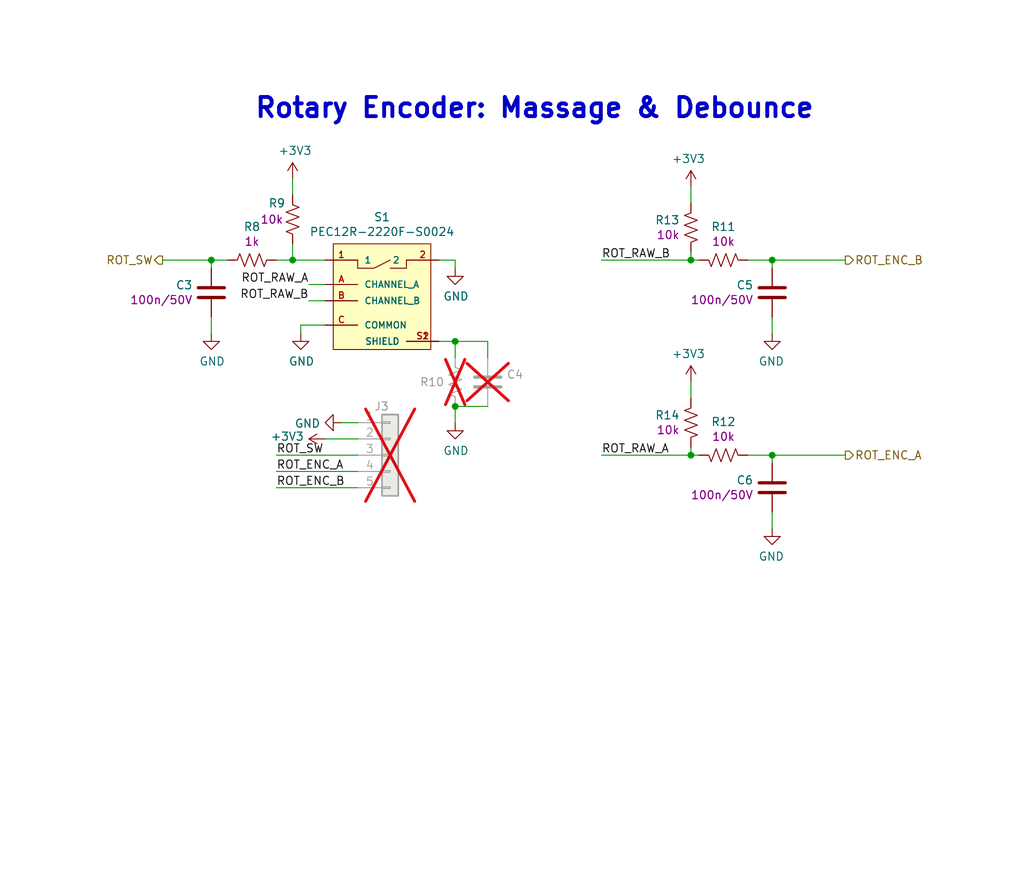
<source format=kicad_sch>
(kicad_sch (version 20230121) (generator eeschema)
  (paper "User" 159.995 140.005)
  (title_block (title "Rotary Encoder: Massage & Debounce") (date "2022-02-28") (rev "1.1") (company "Psychogenic Technologies INC") (comment 1 "(C) 2022 Pat Deegan"))
  (lib_symbols
    (symbol "Connector_Generic:Conn_01x05" (pin_names (offset 1.016) hide)
      (property "Reference" "J" (at 0 7.62 0))
      (property "Value" "Conn_01x05" (at 0 -7.62 0))
      (symbol "Conn_01x05_1_1"
        (rectangle (start -1.27 -4.953) (end 0 -5.207) (stroke (width 0.1524)))
        (rectangle (start -1.27 -2.413) (end 0 -2.667) (stroke (width 0.1524)))
        (rectangle (start -1.27 0.127) (end 0 -0.127) (stroke (width 0.1524)))
        (rectangle (start -1.27 2.667) (end 0 2.413) (stroke (width 0.1524)))
        (rectangle (start -1.27 5.207) (end 0 4.953) (stroke (width 0.1524)))
        (rectangle (start -1.27 6.35) (end 1.27 -6.35) (stroke (width 0.254)) (fill (type background)))
        (pin passive line (at -5.08 5.08 0) (length 3.81) (name "Pin_1") (number "1"))
        (pin passive line (at -5.08 2.54 0) (length 3.81) (name "Pin_2") (number "2"))
        (pin passive line (at -5.08 0 0) (length 3.81) (name "Pin_3") (number "3"))
        (pin passive line (at -5.08 -2.54 0) (length 3.81) (name "Pin_4") (number "4"))
        (pin passive line (at -5.08 -5.08 0) (length 3.81) (name "Pin_5") (number "5"))
      )
    )
    (symbol "power:+3V3" (power) (pin_names (offset 0))
      (property "Value" "+3V3" (at 0 3.556 0))
      (symbol "+3V3_0_1"
        (polyline (pts (xy -0.762 1.27) (xy 0 2.54)))
        (polyline (pts (xy 0 0) (xy 0 2.54)))
        (polyline (pts (xy 0 2.54) (xy 0.762 1.27)))
      )
      (symbol "+3V3_1_1"
        (pin power_in line (at 0 0 90) (length 0) hide (name "+3V3") (number "1"))
      )
    )
    (symbol "power:GND" (power) (pin_names (offset 0))
      (property "Value" "GND" (at 0 -3.81 0))
      (symbol "GND_0_1"
        (polyline (pts (xy 0 0) (xy 0 -1.27) (xy 1.27 -1.27) (xy 0 -2.54) (xy -1.27 -1.27) (xy 0 -1.27)))
      )
      (symbol "GND_1_1"
        (pin power_in line (at 0 0 270) (length 0) hide (name "GND") (number "1"))
      )
    )
    (symbol "psypassives:C_100n_0603_50V" (pin_numbers hide) (pin_names (offset 0.254))
      (property "Reference" "C" (at 0.635 2.54 0))
      (property "Display Value" "100n/50V" (at 11.43 1.524 0))
      (symbol "C_100n_0603_50V_0_1"
        (polyline (pts (xy -2.032 -0.762) (xy 2.032 -0.762)) (stroke (width 0.508)))
        (polyline (pts (xy -2.032 0.762) (xy 2.032 0.762)) (stroke (width 0.508)))
      )
      (symbol "C_100n_0603_50V_1_1"
        (pin passive line (at 0 3.81 270) (length 2.794) (name "~") (number "1"))
        (pin passive line (at 0 -3.81 90) (length 2.794) (name "~") (number "2"))
      )
    )
    (symbol "psypassives:C_10n_0603_100V" (pin_numbers hide) (pin_names (offset 0.254))
      (property "Reference" "C" (at 0.635 2.54 0))
      (property "Display Value" "10n/100V" (at 11.43 1.524 0))
      (symbol "C_10n_0603_100V_0_1"
        (polyline (pts (xy -2.032 -0.762) (xy 2.032 -0.762)) (stroke (width 0.508)))
        (polyline (pts (xy -2.032 0.762) (xy 2.032 0.762)) (stroke (width 0.508)))
      )
      (symbol "C_10n_0603_100V_1_1"
        (pin passive line (at 0 3.81 270) (length 2.794) (name "~") (number "1"))
        (pin passive line (at 0 -3.81 90) (length 2.794) (name "~") (number "2"))
      )
    )
    (symbol "psypassives:R_10k_0603" (pin_numbers hide) (pin_names (offset 0))
      (property "Reference" "R" (at -2.54 -2.54 90))
      (symbol "R_10k_0603_0_1"
        (polyline (pts (xy 0 -2.286) (xy 0 -2.54)))
        (polyline (pts (xy 0 2.286) (xy 0 2.54)))
        (polyline (pts (xy 0 -0.762) (xy 1.016 -1.143) (xy 0 -1.524) (xy -1.016 -1.905) (xy 0 -2.286)))
        (polyline (pts (xy 0 0.762) (xy 1.016 0.381) (xy 0 0) (xy -1.016 -0.381) (xy 0 -0.762)))
        (polyline (pts (xy 0 2.286) (xy 1.016 1.905) (xy 0 1.524) (xy -1.016 1.143) (xy 0 0.762)))
      )
      (symbol "R_10k_0603_1_1"
        (pin passive line (at 0 3.81 270) (length 1.27) (name "~") (number "1"))
        (pin passive line (at 0 -3.81 90) (length 1.27) (name "~") (number "2"))
      )
    )
    (symbol "psypassives:R_1M_0603" (pin_numbers hide) (pin_names (offset 0))
      (property "Reference" "R" (at 2.54 0 90))
      (property "Display Value" "1M" (at 11.43 1.524 0))
      (symbol "R_1M_0603_0_1"
        (polyline (pts (xy 0 -2.286) (xy 0 -2.54)))
        (polyline (pts (xy 0 2.286) (xy 0 2.54)))
        (polyline (pts (xy 0 -0.762) (xy 1.016 -1.143) (xy 0 -1.524) (xy -1.016 -1.905) (xy 0 -2.286)))
        (polyline (pts (xy 0 0.762) (xy 1.016 0.381) (xy 0 0) (xy -1.016 -0.381) (xy 0 -0.762)))
        (polyline (pts (xy 0 2.286) (xy 1.016 1.905) (xy 0 1.524) (xy -1.016 1.143) (xy 0 0.762)))
      )
      (symbol "R_1M_0603_1_1"
        (pin passive line (at 0 3.81 270) (length 1.27) (name "~") (number "1"))
        (pin passive line (at 0 -3.81 90) (length 1.27) (name "~") (number "2"))
      )
    )
    (symbol "psypassives:R_1k_0603" (pin_numbers hide) (pin_names (offset 0))
      (property "Reference" "R" (at 2.54 0 90))
      (property "Display Value" "1k" (at 11.43 1.524 0))
      (symbol "R_1k_0603_0_1"
        (polyline (pts (xy 0 -2.286) (xy 0 -2.54)))
        (polyline (pts (xy 0 2.286) (xy 0 2.54)))
        (polyline (pts (xy 0 -0.762) (xy 1.016 -1.143) (xy 0 -1.524) (xy -1.016 -1.905) (xy 0 -2.286)))
        (polyline (pts (xy 0 0.762) (xy 1.016 0.381) (xy 0 0) (xy -1.016 -0.381) (xy 0 -0.762)))
        (polyline (pts (xy 0 2.286) (xy 1.016 1.905) (xy 0 1.524) (xy -1.016 1.143) (xy 0 0.762)))
      )
      (symbol "R_1k_0603_1_1"
        (pin passive line (at 0 3.81 270) (length 1.27) (name "~") (number "1"))
        (pin passive line (at 0 -3.81 90) (length 1.27) (name "~") (number "2"))
      )
    )
    (symbol "psysnapeda:PEC12R-2220F-S0024" (pin_names (offset 1.016))
      (property "Reference" "S" (at -7.62 6.35 0))
      (property "Value" "PEC12R-2220F-S0024" (at -10.16 -12.7 0))
      (symbol "PEC12R-2220F-S0024_0_0"
        (pin passive line (at -8.89 3.81 0) (length 5.08) (name "1") (number "1"))
        (pin passive line (at 8.89 3.81 180) (length 5.08) (name "2") (number "2"))
        (pin passive line (at -8.89 0 0) (length 5.08) (name "CHANNEL_A") (number "A"))
        (pin passive line (at -8.89 -2.54 0) (length 5.08) (name "CHANNEL_B") (number "B"))
        (pin passive line (at -8.89 -6.35 0) (length 5.08) (name "COMMON") (number "C"))
        (pin passive line (at 8.89 -8.89 180) (length 5.08) (name "SHIELD") (number "S1"))
        (pin passive line (at 8.89 -8.89 180) (length 5.08) (name "SHIELD") (number "S2"))
      )
      (symbol "PEC12R-2220F-S0024_1_1"
        (rectangle (start -7.62 6.35) (end 7.62 -10.16) (fill (type background)))
        (polyline (pts (xy 3.81 3.81) (xy 3.81 2.54) (xy 1.27 2.54)))
        (polyline (pts (xy -3.81 3.81) (xy -3.81 2.54) (xy -1.27 2.54) (xy 1.27 3.81)))
      )
    )
  )
  (junction (at 71.12 63.5))
  (junction (at 107.95 40.64))
  (junction (at 33.02 40.64))
  (junction (at 107.95 71.12))
  (junction (at 120.65 40.64))
  (junction (at 45.72 40.64))
  (junction (at 120.65 71.12))
  (junction (at 71.12 53.34))
  (wire (pts (xy 53.34 66.04) (xy 55.88 66.04)))
  (wire (pts (xy 71.12 55.88) (xy 71.12 53.34)))
  (wire (pts (xy 132.08 40.64) (xy 120.65 40.64)))
  (wire (pts (xy 107.95 59.69) (xy 107.95 62.23)))
  (wire (pts (xy 71.12 63.5) (xy 76.2 63.5)))
  (wire (pts (xy 120.65 40.64) (xy 116.84 40.64)))
  (wire (pts (xy 107.95 69.85) (xy 107.95 71.12)))
  (wire (pts (xy 48.26 46.99) (xy 50.8 46.99)))
  (wire (pts (xy 107.95 29.21) (xy 107.95 31.75)))
  (wire (pts (xy 71.12 53.34) (xy 76.2 53.34)))
  (wire (pts (xy 45.72 40.64) (xy 50.8 40.64)))
  (wire (pts (xy 43.18 71.12) (xy 55.88 71.12)))
  (wire (pts (xy 120.65 72.39) (xy 120.65 71.12)))
  (wire (pts (xy 120.65 49.53) (xy 120.65 52.07)))
  (wire (pts (xy 68.58 53.34) (xy 71.12 53.34)))
  (wire (pts (xy 132.08 71.12) (xy 120.65 71.12)))
  (wire (pts (xy 43.18 76.2) (xy 55.88 76.2)))
  (wire (pts (xy 120.65 71.12) (xy 116.84 71.12)))
  (wire (pts (xy 33.02 40.64) (xy 33.02 41.91)))
  (wire (pts (xy 43.18 40.64) (xy 45.72 40.64)))
  (wire (pts (xy 33.02 49.53) (xy 33.02 52.07)))
  (wire (pts (xy 76.2 53.34) (xy 76.2 55.88)))
  (wire (pts (xy 120.65 41.91) (xy 120.65 40.64)))
  (wire (pts (xy 45.72 27.94) (xy 45.72 30.48)))
  (wire (pts (xy 107.95 71.12) (xy 93.98 71.12)))
  (wire (pts (xy 50.8 44.45) (xy 48.26 44.45)))
  (wire (pts (xy 43.18 73.66) (xy 55.88 73.66)))
  (wire (pts (xy 50.8 68.58) (xy 55.88 68.58)))
  (wire (pts (xy 109.22 40.64) (xy 107.95 40.64)))
  (wire (pts (xy 107.95 40.64) (xy 93.98 40.64)))
  (wire (pts (xy 120.65 80.01) (xy 120.65 82.55)))
  (wire (pts (xy 25.4 40.64) (xy 33.02 40.64)))
  (wire (pts (xy 71.12 40.64) (xy 71.12 41.91)))
  (wire (pts (xy 50.8 50.8) (xy 46.99 50.8)))
  (wire (pts (xy 71.12 63.5) (xy 71.12 66.04)))
  (wire (pts (xy 68.58 40.64) (xy 71.12 40.64)))
  (wire (pts (xy 45.72 40.64) (xy 45.72 38.1)))
  (wire (pts (xy 46.99 50.8) (xy 46.99 52.07)))
  (wire (pts (xy 33.02 40.64) (xy 35.56 40.64)))
  (wire (pts (xy 107.95 39.37) (xy 107.95 40.64)))
  (wire (pts (xy 109.22 71.12) (xy 107.95 71.12)))
  (text "Rotary Encoder: Massage & Debounce" (at 39.624 18.796 0) (effects (font (size 3 3) (thickness 0.6) bold) (justify left bottom)))
  (label "ROT_RAW_A" (at 48.26 44.45 180))
  (label "ROT_RAW_A" (at 93.98 71.12 0))
  (label "ROT_ENC_A" (at 43.18 73.66 0))
  (label "ROT_RAW_B" (at 48.26 46.99 180))
  (label "ROT_ENC_B" (at 43.18 76.2 0))
  (label "ROT_RAW_B" (at 93.98 40.64 0))
  (label "ROT_SW" (at 43.18 71.12 0))
  (hierarchical_label "ROT_ENC_B" (shape output) (at 132.08 40.64 0))
  (hierarchical_label "ROT_ENC_A" (shape output) (at 132.08 71.12 0))
  (hierarchical_label "ROT_SW" (shape output) (at 25.4 40.64 180))
  (symbol (lib_id "power:GND") (at 120.65 82.55 0) (mirror y) (unit 1)
    (property "Reference" "#PWR026" (effects hide))
    (property "Value" "GND" (at 120.523 86.9442 0))
  )
  (symbol (lib_id "power:GND") (at 71.12 66.04 0) (unit 1)
    (property "Reference" "#PWR023" (effects hide))
    (property "Value" "GND" (at 71.247 70.4342 0))
  )
  (symbol (lib_id "psypassives:C_100n_0603_50V") (at 33.02 45.72 0) (unit 1)
    (property "Reference" "C3" (at 30.1244 44.5516 0) (effects (justify right)))
    (property "Value" "C_100n_0603_50V" (effects hide))
    (property "Footprint" "Capacitor_SMD:C_0603_1608Metric" (effects hide))
    (property "Manufacturer" "GCJ188R71H104KA12D" (effects hide))
    (property "Vendor" "490-5798-1-ND" (effects hide))
    (property "Display Value" "100n/50V" (at 30.1244 46.863 0) (effects (justify right)))
    (instances (project "LOGuvnor" (path "" (reference "C3") (unit 1)) (path "" (reference "C4") (unit 1))))
  )
  (symbol (lib_id "psypassives:R_10k_0603") (at 107.95 66.04 0) (mirror y) (unit 1)
    (property "Reference" "R14" (at 106.2228 64.8716 0) (effects (justify left)))
    (property "Value" "R_10k_0603" (effects hide))
    (property "Footprint" "Resistor_SMD:R_0603_1608Metric" (effects hide))
    (property "Manufacturer" "CRGP0603F10K" (effects hide))
    (property "Vendor" "A130428CT-ND " (effects hide))
    (property "Display Value" "10k" (at 106.2228 67.183 0) (effects (justify left)))
    (instances (project "LOGuvnor" (path "" (reference "R14") (unit 1)) (path "" (reference "R13") (unit 1))))
  )
  (symbol (lib_id "psypassives:R_10k_0603") (at 45.72 34.29 0) (unit 1)
    (property "Reference" "R9" (at 41.91 31.75 0) (effects (justify left)))
    (property "Value" "R_10k_0603" (effects hide))
    (property "Footprint" "Resistor_SMD:R_0603_1608Metric" (effects hide))
    (property "Manufacturer" "CRGP0603F10K" (effects hide))
    (property "Vendor" "A130428CT-ND " (effects hide))
    (property "Display Value" "10k" (at 40.64 34.29 0) (effects (justify left)))
    (instances (project "LOGuvnor" (path "" (reference "R9") (unit 1)) (path "" (reference "R10") (unit 1))))
  )
  (symbol (lib_id "Connector_Generic:Conn_01x05") (at 60.96 71.12 0) (unit 1) (dnp yes)
    (property "Reference" "J3" (at 58.42 63.5 0) (effects (justify left)))
    (property "Value" "Conn_01x05" (effects hide))
    (property "Footprint" "Connector_PinHeader_2.54mm:PinHeader_1x05_P2.54mm_Vertical" (effects hide))
  )
  (symbol (lib_id "psypassives:C_100n_0603_50V") (at 120.65 45.72 0) (mirror y) (unit 1)
    (property "Reference" "C5" (at 117.729 44.5516 0) (effects (justify left)))
    (property "Value" "C_100n_0603_50V" (effects hide))
    (property "Footprint" "Capacitor_SMD:C_0603_1608Metric" (effects hide))
    (property "Manufacturer" "GCJ188R71H104KA12D" (effects hide))
    (property "Vendor" "490-5798-1-ND" (effects hide))
    (property "Display Value" "100n/50V" (at 117.729 46.863 0) (effects (justify left)))
    (instances (project "LOGuvnor" (path "" (reference "C5") (unit 1)) (path "" (reference "C3") (unit 1))))
  )
  (symbol (lib_id "power:+3V3") (at 107.95 59.69 0) (mirror y) (unit 1)
    (property "Reference" "#PWR028" (effects hide))
    (property "Value" "+3V3" (at 107.569 55.2958 0))
  )
  (symbol (lib_id "psypassives:R_10k_0603") (at 113.03 71.12 90) (mirror x) (unit 1)
    (property "Reference" "R12" (at 113.03 65.913 90))
    (property "Value" "R_10k_0603" (effects hide))
    (property "Footprint" "Resistor_SMD:R_0603_1608Metric" (effects hide))
    (property "Manufacturer" "CRGP0603F10K" (effects hide))
    (property "Vendor" "A130428CT-ND " (effects hide))
    (property "Display Value" "10k" (at 113.03 68.2244 90))
  )
  (symbol (lib_id "power:GND") (at 53.34 66.04 270) (unit 1)
    (property "Reference" "#PWR020" (effects hide))
    (property "Value" "GND" (at 50.0888 66.167 90) (effects (justify right)))
  )
  (symbol (lib_id "power:+3V3") (at 107.95 29.21 0) (mirror y) (unit 1)
    (property "Reference" "#PWR027" (effects hide))
    (property "Value" "+3V3" (at 107.569 24.8158 0))
  )
  (symbol (lib_id "power:GND") (at 46.99 52.07 0) (unit 1)
    (property "Reference" "#PWR015" (effects hide))
    (property "Value" "GND" (at 47.117 56.4642 0))
  )
  (symbol (lib_id "psypassives:R_10k_0603") (at 113.03 40.64 90) (mirror x) (unit 1)
    (property "Reference" "R11" (at 113.03 35.433 90))
    (property "Value" "R_10k_0603" (effects hide))
    (property "Footprint" "Resistor_SMD:R_0603_1608Metric" (effects hide))
    (property "Manufacturer" "CRGP0603F10K" (effects hide))
    (property "Vendor" "A130428CT-ND " (effects hide))
    (property "Display Value" "10k" (at 113.03 37.7444 90))
    (instances (project "LOGuvnor" (path "" (reference "R11") (unit 1)) (path "" (reference "R9") (unit 1))))
  )
  (symbol (lib_id "power:+3V3") (at 50.8 68.58 90) (unit 1)
    (property "Reference" "#PWR016" (effects hide))
    (property "Value" "+3V3" (at 47.5488 68.199 90) (effects (justify left)))
  )
  (symbol (lib_id "psypassives:R_1M_0603") (at 71.12 59.69 0) (unit 1) (dnp yes)
    (property "Reference" "R10" (at 69.469 59.69 0) (effects (justify right)))
    (property "Value" "R_1M_0603" (effects hide))
    (property "Footprint" "Resistor_SMD:R_0603_1608Metric" (effects hide))
    (property "Manufacturer" "CRGCQ0603F1M0" (effects hide))
    (property "Vendor" "A129724CT-ND" (effects hide))
    (property "Display Value" "1M" (effects hide))
    (property "DNP" "DNP" (effects hide))
    (instances (project "LOGuvnor" (path "" (reference "R10") (unit 1)) (path "" (reference "R14") (unit 1))))
  )
  (symbol (lib_id "power:+3V3") (at 45.72 27.94 0) (unit 1)
    (property "Reference" "#PWR014" (effects hide))
    (property "Value" "+3V3" (at 46.101 23.5458 0))
  )
  (symbol (lib_id "psypassives:R_1k_0603") (at 39.37 40.64 270) (unit 1)
    (property "Reference" "R8" (at 39.37 35.433 90))
    (property "Value" "R_1k_0603" (effects hide))
    (property "Footprint" "Resistor_SMD:R_0603_1608Metric" (effects hide))
    (property "Manufacturer" "CRGP0603F1K0" (effects hide))
    (property "Vendor" "A130416CT-ND" (effects hide))
    (property "Display Value" "1k" (at 39.37 37.7444 90))
    (instances (project "LOGuvnor" (path "" (reference "R8") (unit 1)) (path "" (reference "R11") (unit 1))))
  )
  (symbol (lib_id "psypassives:C_10n_0603_100V") (at 76.2 59.69 0) (unit 1) (dnp yes)
    (property "Reference" "C4" (at 79.121 58.5216 0) (effects (justify left)))
    (property "Value" "C_10n_0603_100V" (effects hide))
    (property "Footprint" "Capacitor_SMD:C_0603_1608Metric" (effects hide))
    (property "Manufacturer" "GCM188R72A103KA37J" (effects hide))
    (property "Vendor" "490-8028-1-ND" (effects hide))
    (property "Display Value" "10n/100V" (effects hide))
    (property "DNP" "DNP" (effects hide))
    (instances (project "LOGuvnor" (path "" (reference "C4") (unit 1)) (path "" (reference "C5") (unit 1))))
  )
  (symbol (lib_id "power:GND") (at 120.65 52.07 0) (mirror y) (unit 1)
    (property "Reference" "#PWR025" (effects hide))
    (property "Value" "GND" (at 120.523 56.4642 0))
  )
  (symbol (lib_id "psypassives:C_100n_0603_50V") (at 120.65 76.2 0) (mirror y) (unit 1)
    (property "Reference" "C6" (at 117.729 75.0316 0) (effects (justify left)))
    (property "Value" "C_100n_0603_50V" (effects hide))
    (property "Footprint" "Capacitor_SMD:C_0603_1608Metric" (effects hide))
    (property "Manufacturer" "GCJ188R71H104KA12D" (effects hide))
    (property "Vendor" "490-5798-1-ND" (effects hide))
    (property "Display Value" "100n/50V" (at 117.729 77.343 0) (effects (justify left)))
  )
  (symbol (lib_id "power:GND") (at 71.12 41.91 0) (unit 1)
    (property "Reference" "#PWR022" (effects hide))
    (property "Value" "GND" (at 71.247 46.3042 0))
  )
  (symbol (lib_id "power:GND") (at 33.02 52.07 0) (unit 1)
    (property "Reference" "#PWR013" (effects hide))
    (property "Value" "GND" (at 33.147 56.4642 0))
  )
  (symbol (lib_id "psysnapeda:PEC12R-2220F-S0024") (at 59.69 44.45 0) (unit 1)
    (property "Reference" "S1" (at 59.69 33.909 0))
    (property "Value" "PEC12R-2220F-S0024" (at 59.69 36.2204 0))
    (property "Footprint" "psysnapeda:XDCR_PEC12R-2220F-S0024" (effects hide))
    (property "Datasheet" "https://www.bourns.com/docs/Product-Datasheets/PEC12R.pdf" (effects hide))
    (property "Manufacturer" "PEC12R-2220F-S0024" (effects hide))
    (property "Vendor" "PEC12R-2220F-S0024-ND" (effects hide))
  )
  (symbol (lib_id "psypassives:R_10k_0603") (at 107.95 35.56 0) (mirror y) (unit 1)
    (property "Reference" "R13" (at 106.2228 34.3916 0) (effects (justify left)))
    (property "Value" "R_10k_0603" (effects hide))
    (property "Footprint" "Resistor_SMD:R_0603_1608Metric" (effects hide))
    (property "Manufacturer" "CRGP0603F10K" (effects hide))
    (property "Vendor" "A130428CT-ND " (effects hide))
    (property "Display Value" "10k" (at 106.2228 36.703 0) (effects (justify left)))
    (instances (project "LOGuvnor" (path "" (reference "R13") (unit 1)) (path "" (reference "R8") (unit 1))))
  )
)
</source>
